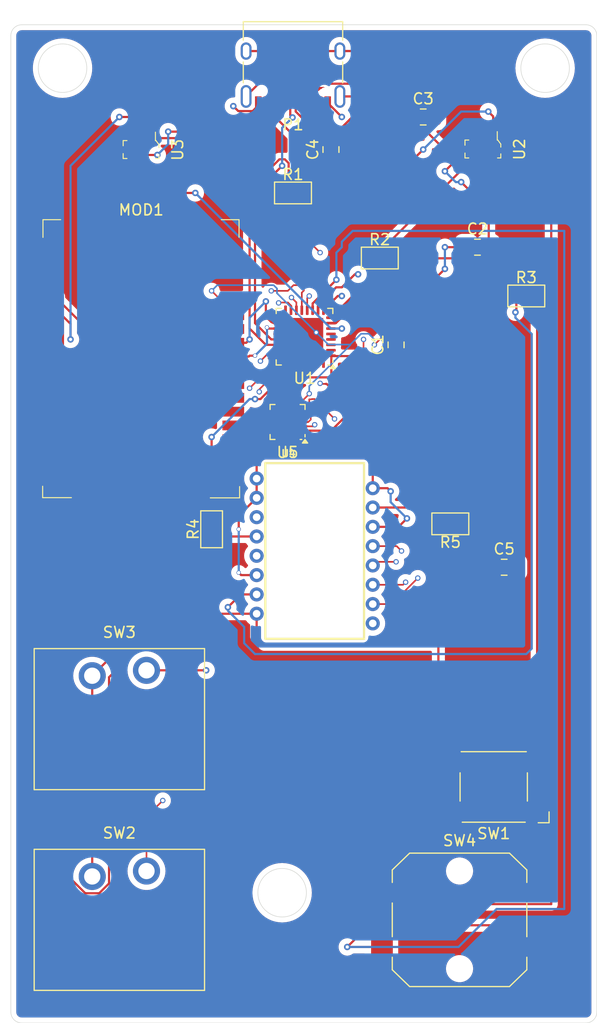
<source format=kicad_pcb>
(kicad_pcb (version 20240108) (generator "pcbnew") (generator_version "8.0")
  (layers (0 "F.Cu" signal) (1 "In1.Cu" signal) (2 "In2.Cu" signal) (31 "B.Cu" signal) (34 "B.Paste" user) (35 "F.Paste" user) (36 "B.SilkS" user "B.Silkscreen") (37 "F.SilkS" user "F.Silkscreen") (38 "B.Mask" user) (39 "F.Mask" user) (44 "Edge.Cuts" user))
  (net 0 "")
  (net 1 "Net-(U1-VSS)")
  (net 2 "Net-(MOD1-3V3)")
  (net 3 "Net-(P1-SHIELD)")
  (net 8 "5")
  (net 17 "6")
  (net 38 "1")
  (net 39 "2")
  (net 41 "Net-(U1-PA12)")
  (net 42 "Net-(U1-PA2)")
  (net 43 "Net-(R2-Pad2)")
  (net 44 "Net-(U4-~{RESET})")
  (net 45 "Net-(U1-PA3)")
  (net 46 "Net-(U1-PA4)")
  (net 47 "Net-(U1-PA5)")
  (net 50 "10")
  (net 51 "12")
  (net 56 "13")
  (net 60 "7")
  (net 62 "3")
  (net 63 "8")
  (net 66 "11")
  (net 67 "4")
  (net 68 "9")
  (footprint "Package_DFN_QFN:UQFN-20_3x3mm_P0.4mm" (layer "F.Cu") (at 147.5 82.6125 180)
    (property "Reference" "U5")
    (property "Value" "MPR121QR2")
  )
  (footprint "PCM_Resistor_SMD_AKL:R_0805_2012Metric" (layer "F.Cu") (at 148 61.5)
    (property "Reference" "R1")
    (property "Value" "22" (hide yes))
  )
  (footprint "Button_Switch_SMD:SW_Push_1P1T_NO_CK_PTS125Sx43PSMTR" (layer "F.Cu") (at 163.35 128.5)
    (property "Reference" "SW4")
    (property "Value" "SW_Omron_B3FS")
  )
  (footprint "Button_Switch_SMD:SW_SPST_Omron_B3FS-100xP" (layer "F.Cu") (at 166.5 116.25 180)
    (property "Reference" "SW1")
    (property "Value" "SW_Omron_B3FS")
  )
  (footprint "digikey-footprints:ESP32-WROOM-32D" (layer "F.Cu") (at 134 79.755)
    (property "Reference" "MOD1")
    (property "Value" "ESP32-WROOM-32")
  )
  (footprint "PCM_Resistor_SMD_AKL:R_0805_2012Metric" (layer "F.Cu") (at 169.5 71)
    (property "Reference" "R3")
    (property "Value" "10k" (hide yes))
  )
  (footprint "PCM_Switch_Keyboard_Alps_Matias:SW_Alps_Matias" (layer "F.Cu") (at 132 128.5)
    (property "Reference" "SW2")
    (property "Value" "SW_Omron_B3FS")
  )
  (footprint "PMW3360DM-T2QU (1):PMW3360" (layer "F.Cu") (at 150 94.5)
    (property "Reference" "U4")
    (property "Value" "PMW3360DM-T2QU")
    (fp_line (start -4.445 -7.9375) (end 4.445 -7.9375) (stroke (width 0.01)) (layer "Edge.Cuts"))
    (fp_line (start -4.445 7.9375) (end -4.445 -7.9375) (stroke (width 0.01)) (layer "Edge.Cuts"))
    (fp_line (start 4.445 -7.9375) (end 4.445 7.9375) (stroke (width 0.01)) (layer "Edge.Cuts"))
    (fp_line (start 4.445 7.9375) (end -4.445 7.9375) (stroke (width 0.01)) (layer "Edge.Cuts"))
  )
  (footprint "digikey-footprints:SOT-23-3" (layer "F.Cu") (at 165.5 57.45 -90)
    (property "Reference" "U2")
    (property "Value" "DRV5053VAQDBZR")
  )
  (footprint "PCM_Resistor_SMD_AKL:R_0805_2012Metric" (layer "F.Cu") (at 156 67.5)
    (property "Reference" "R2")
    (property "Value" "10k" (hide yes))
  )
  (footprint "digikey-footprints:SOT-23-3" (layer "F.Cu") (at 134 57.5 -90)
    (property "Reference" "U3")
    (property "Value" "DRV5053VAQDBZR")
  )
  (footprint "Capacitor_SMD:C_0805_2012Metric_Pad1.18x1.45mm_HandSolder" (layer "F.Cu") (at 167.4625 96)
    (property "Reference" "C5")
    (property "Value" "1uf")
  )
  (footprint "PCM_Resistor_SMD_AKL:R_0805_2012Metric" (layer "F.Cu") (at 140.5 92.5 90)
    (property "Reference" "R4")
    (property "Value" "330" (hide yes))
  )
  (footprint "Package_DFN_QFN:QFN-32-1EP_5x5mm_P0.5mm_EP3.45x3.45mm" (layer "F.Cu") (at 149.0625 74.75 180)
    (property "Reference" "U1")
    (property "Value" "STM32F042K6Ux")
  )
  (footprint "PCM_Switch_Keyboard_Alps_Matias:SW_Alps_Matias" (layer "F.Cu") (at 132 110)
    (property "Reference" "SW3")
    (property "Value" "SW_Omron_B3FS")
  )
  (footprint "Connector_USB:USB_C_Receptacle_XKB_U262-16XN-4BVC11" (layer "F.Cu") (at 148 49.5 180)
    (property "Reference" "P1")
    (property "Value" "USB_C_Plug_USB2.0")
  )
  (footprint "Capacitor_SMD:C_0805_2012Metric_Pad1.18x1.45mm_HandSolder" (layer "F.Cu") (at 165 66.5)
    (property "Reference" "C2")
    (property "Value" "1uf")
  )
  (footprint "PCM_Resistor_SMD_AKL:R_0805_2012Metric" (layer "F.Cu") (at 162.5 92 180)
    (property "Reference" "R5")
    (property "Value" "10k" (hide yes))
  )
  (footprint "Capacitor_SMD:C_0805_2012Metric_Pad1.18x1.45mm_HandSolder" (layer "F.Cu") (at 151.5 57.5 90)
    (property "Reference" "C4")
    (property "Value" "10uf")
  )
  (footprint "Capacitor_SMD:C_0805_2012Metric_Pad1.18x1.45mm_HandSolder" (layer "F.Cu") (at 157.5 75.5 90)
    (property "Reference" "C1")
    (property "Value" "1uf")
  )
  (footprint "Capacitor_SMD:C_0805_2012Metric_Pad1.18x1.45mm_HandSolder" (layer "F.Cu") (at 160 54.5)
    (property "Reference" "C3")
    (property "Value" "1uf")
  )
  (gr_line (start 176 47) (end 176 137) (stroke (width 0.05)) (layer "Edge.Cuts"))
  (gr_line (start 175 138) (end 123 138) (stroke (width 0.05)) (layer "Edge.Cuts"))
  (gr_arc (start 176 137) (mid 175.707107 137.707107) (end 175 138) (stroke (width 0.05)) (layer "Edge.Cuts"))
  (gr_arc (start 122 47) (mid 122.292893 46.292893) (end 123 46) (stroke (width 0.05)) (layer "Edge.Cuts"))
  (gr_line (start 122 137) (end 122 47) (stroke (width 0.05)) (layer "Edge.Cuts"))
  (gr_arc (start 175 46) (mid 175.707107 46.292893) (end 176 47) (stroke (width 0.05)) (layer "Edge.Cuts"))
  (gr_circle (center 126.763933 50) (end 124.763933 51) (stroke (width 0.05)) (fill none) (layer "Edge.Cuts"))
  (gr_circle (center 147 126) (end 148 124) (stroke (width 0.05)) (fill none) (layer "Edge.Cuts"))
  (gr_line (start 123 46) (end 175 46) (stroke (width 0.05)) (layer "Edge.Cuts"))
  (gr_arc (start 123 138) (mid 122.292893 137.707107) (end 122 137) (stroke (width 0.05)) (layer "Edge.Cuts"))
  (gr_circle (center 171.236067 50) (end 173.236067 51) (stroke (width 0.05)) (fill none) (layer "Edge.Cuts"))
  (gr_text "MSN" (at 134 134 0) (layer "F.Cu") (effects (font (size 2 2) (thickness 0.3) (bold yes)) (justify left bottom)))
  (segment (start 146.75 52.17) (end 146.75 53.17) (width 0.2) (layer "F.Cu") (net 0))
  (segment (start 143 92.5) (end 143 91.255) (width 0.2) (layer "F.Cu") (net 0))
  (segment (start 149.75 53.17) (end 149.75 52.345) (width 0.2) (layer "F.Cu") (net 0))
  (segment (start 155.35 86.35) (end 155.35 88.715) (width 0.2) (layer "F.Cu") (net 0))
  (segment (start 148.75 53.17) (end 148.75 52.345) (width 0.2) (layer "F.Cu") (net 0))
  (segment (start 146.58 52) (end 147.25 52.67) (width 0.2) (layer "F.Cu") (net 0))
  (segment (start 158.5 91.5) (end 157.725 92.275) (width 0.2) (layer "F.Cu") (net 0))
  (segment (start 144.65 87.825) (end 144.65 86.618972) (width 0.2) (layer "F.Cu") (net 0))
  (segment (start 149.575 51.83) (end 149.405 52) (width 0.2) (layer "F.Cu") (net 0))
  (segment (start 144.65 86.618972) (end 145.306472 85.9625) (width 0.2) (layer "F.Cu") (net 0))
  (segment (start 146.58 52) (end 146.75 52.17) (width 0.2) (layer "F.Cu") (net 0))
  (segment (start 149.405 52) (end 148.405 52) (width 0.2) (layer "F.Cu") (net 0))
  (segment (start 151 52) (end 150.83 51.83) (width 0.2) (layer "F.Cu") (net 0))
  (segment (start 156.715 88.715) (end 157 89) (width 0.2) (layer "F.Cu") (net 0))
  (segment (start 148.405 52) (end 146.58 52) (width 0.2) (layer "F.Cu") (net 0))
  (segment (start 144.65 87.825) (end 144.65 89.605) (width 0.2) (layer "F.Cu") (net 0))
  (segment (start 154.9625 85.9625) (end 155.35 86.35) (width 0.2) (layer "F.Cu") (net 0))
  (segment (start 155.35 88.715) (end 156.715 88.715) (width 0.2) (layer "F.Cu") (net 0))
  (segment (start 150.83 51.83) (end 150.5 51.83) (width 0.2) (layer "F.Cu") (net 0))
  (segment (start 150.33 52) (end 150.5 51.83) (width 0.2) (layer "F.Cu") (net 0))
  (segment (start 143 91.255) (end 144.65 89.605) (width 0.2) (layer "F.Cu") (net 0))
  (segment (start 148.75 52.345) (end 148.405 52) (width 0.2) (layer "F.Cu") (net 0))
  (segment (start 145.306472 85.9625) (end 154.9625 85.9625) (width 0.2) (layer "F.Cu") (net 0))
  (segment (start 144.65 96.725) (end 143.225 96.725) (width 0.2) (layer "F.Cu") (net 0))
  (segment (start 150.5 51.83) (end 149.575 51.83) (width 0.2) (layer "F.Cu") (net 0))
  (segment (start 143.225 96.725) (end 143 96.5) (width 0.2) (layer "F.Cu") (net 0))
  (segment (start 146.58 52) (end 150.33 52) (width 0.2) (layer "F.Cu") (net 0))
  (segment (start 157.725 92.275) (end 155.35 92.275) (width 0.2) (layer "F.Cu") (net 0))
  (segment (start 147.25 52.67) (end 147.25 53.17) (width 0.2) (layer "F.Cu") (net 0))
  (segment (start 149.75 52.345) (end 149.405 52) (width 0.2) (layer "F.Cu") (net 0))
  (via (at 158.5 91.5) (size 0.6) (drill 0.3) (layers "F.Cu" "B.Cu") (net 0))
  (via (at 157 89) (size 0.6) (drill 0.3) (layers "F.Cu" "B.Cu") (net 0))
  (via (at 143 92.5) (size 0.4) (drill 0.3) (layers "F.Cu" "B.Cu") (net 0))
  (via (at 143 96.5) (size 0.4) (drill 0.3) (layers "F.Cu" "B.Cu") (net 0))
  (segment (start 157 89) (end 157 90) (width 0.2) (layer "B.Cu") (net 0))
  (segment (start 143 96.5) (end 143 92.5) (width 0.2) (layer "B.Cu") (net 0))
  (segment (start 157 90) (end 158.5 91.5) (width 0.2) (layer "B.Cu") (net 0))
  (segment (start 166.0375 63.0375) (end 163.5 60.5) (width 0.2) (layer "F.Cu") (net 1))
  (segment (start 149.0625 74.75) (end 149.75 74.75) (width 0.15) (layer "F.Cu") (net 1))
  (segment (start 145.368972 103.1) (end 144.65 102.381028) (width 0.2) (layer "F.Cu") (net 1))
  (segment (start 156.2 126) (end 156.2 124.8) (width 0.2) (layer "F.Cu") (net 1))
  (segment (start 151.05 53.17) (end 151.05 56.0125) (width 0.2) (layer "F.Cu") (net 1))
  (segment (start 144.65 53.595) (end 144.29 53.955) (width 0.2) (layer "F.Cu") (net 1))
  (segment (start 134.55 58) (end 134 58.55) (width 0.2) (layer "F.Cu") (net 1))
  (segment (start 129.5 124.5) (end 129.5 106) (width 0.2) (layer "F.Cu") (net 1))
  (segment (start 144.65 102.381028) (end 144.65 100.285) (width 0.2) (layer "F.Cu") (net 1))
  (segment (start 162.5 118.5) (end 170.5 118.5) (width 0.2) (layer "F.Cu") (net 1))
  (segment (start 166.0375 66.5) (end 166.0375 63.0375) (width 0.2) (layer "F.Cu") (net 1))
  (segment (start 162.9625 58.5) (end 165.5 58.5) (width 0.2) (layer "F.Cu") (net 1))
  (segment (start 149.75 74.75) (end 150.141269 74.358731) (width 0.15) (layer "F.Cu") (net 1))
  (segment (start 135.5 58) (end 134.55 58) (width 0.2) (layer "F.Cu") (net 1))
  (segment (start 168.5 96) (end 166.425 96) (width 0.2) (layer "F.Cu") (net 1))
  (segment (start 144.65 53.17) (end 144.65 53.595) (width 0.2) (layer "F.Cu") (net 1))
  (segment (start 148.3 81.225) (end 149.5 80.025) (width 0.15) (layer "F.Cu") (net 1))
  (segment (start 128.285 93.355) (end 135.215 100.285) (width 0.2) (layer "F.Cu") (net 1))
  (segment (start 162 66.5) (end 163.9625 66.5) (width 0.2) (layer "F.Cu") (net 1))
  (segment (start 149.5 80.025) (end 149.5 80) (width 0.15) (layer "F.Cu") (net 1))
  (segment (start 157.5 73) (end 162 68.5) (width 0.2) (layer "F.Cu") (net 1))
  (segment (start 164.9 118.5) (end 170.5 118.5) (width 0.2) (layer "F.Cu") (net 1))
  (segment (start 144.29 53.955) (end 142.955 53.955) (width 0.2) (layer "F.Cu") (net 1))
  (segment (start 161.4 103.1) (end 145.368972 103.1) (width 0.2) (layer "F.Cu") (net 1))
  (segment (start 133 78) (end 139.5 71.5) (width 0.2) (layer "F.Cu") (net 1))
  (segment (start 133 78) (end 126.5 71.5) (width 0.2) (layer "F.Cu") (net 1))
  (segment (start 153.4625 54.5) (end 151.5 56.4625) (width 0.2) (layer "F.Cu") (net 1))
  (segment (start 128.285 82.715) (end 128.285 89.01) (width 0.2) (layer "F.Cu") (net 1))
  (segment (start 161.4 115) (end 164.9 118.5) (width 0.2) (layer "F.Cu") (net 1))
  (segment (start 162 59.5) (end 163 58.5) (width 0.2) (layer "F.Cu") (net 1))
  (segment (start 151.05 56.0125) (end 151.5 56.4625) (width 0.2) (layer "F.Cu") (net 1))
  (segment (start 156.2 124.8) (end 162.5 118.5) (width 0.2) (layer "F.Cu") (net 1))
  (segment (start 128.285 89.01) (end 128.285 93.355) (width 0.2) (layer "F.Cu") (net 1))
  (segment (start 155.5 75.5) (end 156.5375 74.4625) (width 0.15) (layer "F.Cu") (net 1))
  (segment (start 140.5 70.525) (end 141.475 71.5) (width 0.15) (layer "F.Cu") (net 1))
  (segment (start 142.395 55.85) (end 136.5 55.85) (width 0.2) (layer "F.Cu") (net 1))
  (segment (start 158.9625 54.5) (end 153.4625 54.5) (width 0.2) (layer "F.Cu") (net 1))
  (segment (start 144.65 100.285) (end 135.215 100.285) (width 0.2) (layer "F.Cu") (net 1))
  (segment (start 133 78) (end 128.285 82.715) (width 0.2) (layer "F.Cu") (net 1))
  (segment (start 161.5 103) (end 161.4 103.1) (width 0.2) (layer "F.Cu") (net 1))
  (segment (start 142.955 53.955) (end 142.5 53.5) (width 0.2) (layer "F.Cu") (net 1))
  (segment (start 157.5 74.4625) (end 157.5 73) (width 0.2) (layer "F.Cu") (net 1))
  (segment (start 170.5 118.5) (end 170.5 126) (width 0.2) (layer "F.Cu") (net 1))
  (segment (start 158.9625 54.5) (end 162.9625 58.5) (width 0.2) (layer "F.Cu") (net 1))
  (segment (start 166.0375 66.5) (end 163.9625 66.5) (width 0.2) (layer "F.Cu") (net 1))
  (segment (start 141.475 71.5) (end 142.5 71.5) (width 0.15) (layer "F.Cu") (net 1))
  (segment (start 151.05 53.17) (end 151.17 53.17) (width 0.2) (layer "F.Cu") (net 1))
  (segment (start 156.5375 74.4625) (end 157.5 74.4625) (width 0.15) (layer "F.Cu") (net 1))
  (segment (start 151.17 53.17) (end 152.5 54.5) (width 0.2) (layer "F.Cu") (net 1))
  (segment (start 135.215 100.285) (end 129.5 106) (width 0.2) (layer "F.Cu") (net 1))
  (segment (start 163 58.5) (end 165.5 58.5) (width 0.2) (layer "F.Cu") (net 1))
  (segment (start 161.4 103.1) (end 161.4 115) (width 0.2) (layer "F.Cu") (net 1))
  (segment (start 126.5 71.5) (end 125.5 71.5) (width 0.2) (layer "F.Cu") (net 1))
  (segment (start 168.5 96) (end 161.5 103) (width 0.2) (layer "F.Cu") (net 1))
  (segment (start 144.65 53.595) (end 142.395 55.85) (width 0.2) (layer "F.Cu") (net 1))
  (segment (start 139.5 71.5) (end 142.5 71.5) (width 0.2) (layer "F.Cu") (net 1))
  (via (at 152.5 54.5) (size 0.6) (drill 0.3) (layers "F.Cu" "B.Cu") (net 1))
  (via (at 140.5 70.525) (size 0.5) (drill 0.3) (layers "F.Cu" "B.Cu") (net 1))
  (via (at 162 68.5) (size 0.6) (drill 0.3) (layers "F.Cu" "B.Cu") (net 1))
  (via (at 142.5 53.5) (size 0.6) (drill 0.3) (layers "F.Cu" "B.Cu") (net 1))
  (via (at 163.5 60.5) (size 0.6) (drill 0.3) (layers "F.Cu" "B.Cu") (net 1))
  (via (at 155.5 75.5) (size 0.5) (drill 0.3) (layers "F.Cu" "B.Cu") (net 1))
  (via (at 135.5 58) (size 0.6) (drill 0.3) (layers "F.Cu" "B.Cu") (net 1))
  (via (at 162 59.5) (size 0.6) (drill 0.3) (layers "F.Cu" "B.Cu") (net 1))
  (via (at 162 66.5) (size 0.6) (drill 0.3) (layers "F.Cu" "B.Cu") (net 1))
  (via (at 150.141269 74.358731) (size 0.5) (drill 0.3) (layers "F.Cu" "B.Cu") (net 1))
  (via (at 136.5 55.85) (size 0.6) (drill 0.3) (layers "F.Cu" "B.Cu") (net 1))
  (via (at 149.5 80) (size 0.5) (drill 0.3) (layers "F.Cu" "B.Cu") (net 1))
  (segment (start 146.525 70.307537) (end 146.217463 70) (width 0.15) (layer "B.Cu") (net 1))
  (segment (start 150.141269 74.358731) (end 146.525 70.742463) (width 0.15) (layer "B.Cu") (net 1))
  (segment (start 163.5 60.5) (end 163 60.5) (width 0.2) (layer "B.Cu") (net 1))
  (segment (start 149.5 80) (end 149.5 79.307537) (width 0.15) (layer "B.Cu") (net 1))
  (segment (start 153.282537 75.525) (end 153.282537 75.475) (width 0.15) (layer "B.Cu") (net 1))
  (segment (start 149.5 79.307537) (end 153.282537 75.525) (width 0.15) (layer "B.Cu") (net 1))
  (segment (start 136.5 57) (end 135.5 58) (width 0.2) (layer "B.Cu") (net 1))
  (segment (start 162 68.5) (end 162 66.5) (width 0.2) (layer "B.Cu") (net 1))
  (segment (start 146.217463 70) (end 141.025 70) (width 0.15) (layer "B.Cu") (net 1))
  (segment (start 151.257537 75.475) (end 150.141269 74.358731) (width 0.15) (layer "B.Cu") (net 1))
  (segment (start 163 60.5) (end 162 59.5) (width 0.2) (layer "B.Cu") (net 1))
  (segment (start 153.282537 75.475) (end 154.282537 74.475) (width 0.15) (layer "B.Cu") (net 1))
  (segment (start 153.282537 75.475) (end 151.257537 75.475) (width 0.15) (layer "B.Cu") (net 1))
  (segment (start 146.525 70.742463) (end 146.525 70.307537) (width 0.15) (layer "B.Cu") (net 1))
  (segment (start 155.5 75) (end 155.5 75.5) (width 0.15) (layer "B.Cu") (net 1))
  (segment (start 154.282537 74.475) (end 154.975 74.475) (width 0.15) (layer "B.Cu") (net 1))
  (segment (start 136.5 55.85) (end 136.5 57) (width 0.2) (layer "B.Cu") (net 1))
  (segment (start 141.025 70) (end 140.5 70.525) (width 0.15) (layer "B.Cu") (net 1))
  (segment (start 154.975 74.475) (end 155.5 75) (width 0.15) (layer "B.Cu") (net 1))
  (segment (start 131.05 106.135) (end 131.05 125.142032) (width 0.2) (layer "F.Cu") (net 2))
  (segment (start 150 57.0375) (end 151.5 58.5375) (width 0.2) (layer "F.Cu") (net 2))
  (segment (start 142.995 56.45) (end 145.45 53.995) (width 0.2) (layer "F.Cu") (net 2))
  (segment (start 151.5375 76.5375) (end 151.5375 78.5) (width 0.2) (layer "F.Cu") (net 2))
  (segment (start 154.5 76.5375) (end 151.5375 76.5375) (width 0.2) (layer "F.Cu") (net 2))
  (segment (start 151.5 76.5) (end 151.5375 76.5375) (width 0.2) (layer "F.Cu") (net 2))
  (segment (start 150.55 53.17) (end 150.55 53.595) (width 0.2) (layer "F.Cu") (net 2))
  (segment (start 151.5 58.5375) (end 158.9625 58.5375) (width 0.2) (layer "F.Cu") (net 2))
  (segment (start 144.65 93.165) (end 140.7475 93.165) (width 0.2) (layer "F.Cu") (net 2))
  (segment (start 158.9625 58.5375) (end 160 57.5) (width 0.2) (layer "F.Cu") (net 2))
  (segment (start 149.755 54.5) (end 150 54.5) (width 0.2) (layer "F.Cu") (net 2))
  (segment (start 157.5 76.5375) (end 154.5 76.5375) (width 0.2) (layer "F.Cu") (net 2))
  (segment (start 140.5 91.5875) (end 140.5 84) (width 0.2) (layer "F.Cu") (net 2))
  (segment (start 149.409744 62.5) (end 148.415256 62.5) (width 0.2) (layer "F.Cu") (net 2))
  (segment (start 150.55 53.595) (end 150 54.145) (width 0.2) (layer "F.Cu") (net 2))
  (segment (start 132 54.5) (end 133 54.5) (width 0.2) (layer "F.Cu") (net 2))
  (segment (start 151.5 60.409744) (end 149.454872 62.454872) (width 0.2) (layer "F.Cu") (net 2))
  (segment (start 143.185 106.185) (end 137.685 100.685) (width 0.2) (layer "F.Cu") (net 2))
  (segment (start 149.454872 62.454872) (end 149.454872 65.954872) (width 0.15) (layer "F.Cu") (net 2))
  (segment (start 154.26875 81.23125) (end 151.5 84) (width 0.2) (layer "F.Cu") (net 2))
  (segment (start 130.142032 126.05) (end 128.857968 126.05) (width 0.2) (layer "F.Cu") (net 2))
  (segment (start 155.4125 84) (end 151.5 84) (width 0.2) (layer "F.Cu") (net 2))
  (segment (start 147 78.5) (end 151.5375 78.5) (width 0.2) (layer "F.Cu") (net 2))
  (segment (start 148.1 62.184744) (end 148.1 56.245) (width 0.2) (layer "F.Cu") (net 2))
  (segment (start 140.7475 93.165) (end 140.5 93.4125) (width 0.2) (layer "F.Cu") (net 2))
  (segment (start 143.185 115.335) (end 143.185 106.185) (width 0.2) (layer "F.Cu") (net 2))
  (segment (start 136.5 100.685) (end 131.05 106.135) (width 0.2) (layer "F.Cu") (net 2))
  (segment (start 148.1 56.245) (end 145.45 53.595) (width 0.2) (layer "F.Cu") (net 2))
  (segment (start 126.8 72.87) (end 126.7 72.77) (width 0.2) (layer "F.Cu") (net 2))
  (segment (start 145.45 53.995) (end 145.45 53.17) (width 0.2) (layer "F.Cu") (net 2))
  (segment (start 127.5 73.57) (end 127.5 75) (width 0.2) (layer "F.Cu") (net 2))
  (segment (start 154.9 127.05) (end 143.185 115.335) (width 0.2) (layer "F.Cu") (net 2))
  (segment (start 149.454872 62.454872) (end 149.409744 62.5) (width 0.2) (layer "F.Cu") (net 2))
  (segment (start 131.05 125.142032) (end 130.142032 126.05) (width 0.2) (layer "F.Cu") (net 2))
  (segment (start 126.7 72.77) (end 125.5 72.77) (width 0.2) (layer "F.Cu") (net 2))
  (segment (start 161.5875 92) (end 161 92) (width 0.2) (layer "F.Cu") (net 2))
  (segment (start 145.45 53.595) (end 145.45 53.17) (width 0.2) (layer "F.Cu") (net 2))
  (segment (start 126.7 72.77) (end 127.5 73.57) (width 0.2) (layer "F.Cu") (net 2))
  (segment (start 163.4125 92) (end 155.4125 84) (width 0.2) (layer "F.Cu") (net 2))
  (segment (start 151.5 58.5375) (end 151.5 60.409744) (width 0.2) (layer "F.Cu") (net 2))
  (segment (start 151.5375 78.5) (end 154.26875 81.23125) (width 0.2) (layer "F.Cu") (net 2))
  (segment (start 166.45 54.45) (end 166.45 56.4) (width 0.2) (layer "F.Cu") (net 2))
  (segment (start 128.857968 126.05) (end 126.8 123.992032) (width 0.2) (layer "F.Cu") (net 2))
  (segment (start 133 54.5) (end 134.95 56.45) (width 0.2) (layer "F.Cu") (net 2))
  (segment (start 166.45 56.4) (end 171.8 61.75) (width 0.2) (layer "F.Cu") (net 2))
  (segment (start 140.5 91.5875) (end 140.5 93.4125) (width 0.2) (layer "F.Cu") (net 2))
  (segment (start 126.8 123.992032) (end 126.8 72.87) (width 0.2) (layer "F.Cu") (net 2))
  (segment (start 159.495 90.495) (end 155.35 90.495) (width 0.2) (layer "F.Cu") (net 2))
  (segment (start 149.25 53.995) (end 149.755 54.5) (width 0.2) (layer "F.Cu") (net 2))
  (segment (start 161 92) (end 159.495 90.495) (width 0.2) (layer "F.Cu") (net 2))
  (segment (start 154.5 75) (end 154.5 76.5375) (width 0.15) (layer "F.Cu") (net 2))
  (segment (start 166 54) (end 166.45 54.45) (width 0.2) (layer "F.Cu") (net 2))
  (segment (start 171.8 61.75) (end 171.8 127.05) (width 0.2) (layer "F.Cu") (net 2))
  (segment (start 149.454872 65.954872) (end 150.5 67) (width 0.15) (layer "F.Cu") (net 2))
  (segment (start 149.25 53.17) (end 149.25 53.995) (width 0.2) (layer "F.Cu") (net 2))
  (segment (start 134.95 56.45) (end 142.995 56.45) (width 0.2) (layer "F.Cu") (net 2))
  (segment (start 161.5875 92) (end 163.4125 92) (width 0.2) (layer "F.Cu") (net 2))
  (segment (start 150 54.5) (end 150 57.0375) (width 0.2) (layer "F.Cu") (net 2))
  (segment (start 137.685 100.685) (end 136.5 100.685) (width 0.2) (layer "F.Cu") (net 2))
  (segment (start 148.415256 62.5) (end 148.1 62.184744) (width 0.2) (layer "F.Cu") (net 2))
  (segment (start 150 54.145) (end 150 54.5) (width 0.2) (layer "F.Cu") (net 2))
  (segment (start 144.5 80.5) (end 145 80.5) (width 0.2) (layer "F.Cu") (net 2))
  (segment (start 171.8 127.05) (end 154.9 127.05) (width 0.2) (layer "F.Cu") (net 2))
  (segment (start 151.5 84) (end 148.3 84) (width 0.2) (layer "F.Cu") (net 2))
  (segment (start 145 80.5) (end 147 78.5) (width 0.2) (layer "F.Cu") (net 2))
  (via (at 166 54) (size 0.6) (drill 0.3) (layers "F.Cu" "B.Cu") (net 2))
  (via (at 154.5 75) (size 0.5) (drill 0.3) (layers "F.Cu" "B.Cu") (net 2))
  (via (at 144.5 80.5) (size 0.6) (drill 0.3) (layers "F.Cu" "B.Cu") (net 2))
  (via (at 160 57.5) (size 0.6) (drill 0.3) (layers "F.Cu" "B.Cu") (net 2))
  (via (at 150.5 67) (size 0.5) (drill 0.3) (layers "F.Cu" "B.Cu") (net 2))
  (via (at 140.5 84) (size 0.6) (drill 0.3) (layers "F.Cu" "B.Cu") (net 2))
  (via (at 132 54.5) (size 0.6) (drill 0.3) (layers "F.Cu" "B.Cu") (net 2))
  (via (at 127.5 75) (size 0.6) (drill 0.3) (layers "F.Cu" "B.Cu") (net 2))
  (segment (start 127.5 59) (end 132 54.5) (width 0.2) (layer "B.Cu") (net 2))
  (segment (start 127.5 75) (end 127.5 59) (width 0.2) (layer "B.Cu") (net 2))
  (segment (start 163.5 54) (end 166 54) (width 0.2) (layer "B.Cu") (net 2))
  (segment (start 160 57.5) (end 163.5 54) (width 0.2) (layer "B.Cu") (net 2))
  (segment (start 140.5 84) (end 144 80.5) (width 0.2) (layer "B.Cu") (net 2))
  (segment (start 144 80.5) (end 144.5 80.5) (width 0.2) (layer "B.Cu") (net 2))
  (segment (start 143.68 52.580406) (end 144.830406 51.43) (width 0.2) (layer "F.Cu") (net 3))
  (segment (start 160.559744 54.5) (end 161.0375 54.5) (width 0.2) (layer "F.Cu") (net 3))
  (segment (start 143.68 48.425) (end 154.9625 48.425) (width 0.2) (layer "F.Cu") (net 3))
  (segment (start 154.9625 48.425) (end 161.0375 54.5) (width 0.2) (layer "F.Cu") (net 3))
  (segment (start 144.830406 51.43) (end 157.9675 51.43) (width 0.2) (layer "F.Cu") (net 3))
  (segment (start 152.32 52.605) (end 158.664744 52.605) (width 0.2) (layer "F.Cu") (net 3))
  (segment (start 158.664744 52.605) (end 160.559744 54.5) (width 0.2) (layer "F.Cu") (net 3))
  (segment (start 152.32 48.425) (end 154.9625 48.425) (width 0.2) (layer "F.Cu") (net 3))
  (segment (start 143.68 52.605) (end 143.68 52.580406) (width 0.2) (layer "F.Cu") (net 3))
  (segment (start 157.9675 51.43) (end 161.0375 54.5) (width 0.2) (layer "F.Cu") (net 3))
  (segment (start 146.3625 73.5) (end 146.625 73.5) (width 0.2) (layer "F.Cu") (net 8))
  (segment (start 145.5 72.89716) (end 145.974613 73.371773) (width 0.2) (layer "F.Cu") (net 8))
  (segment (start 145.5 71.5) (end 145.5 72.89716) (width 0.2) (layer "F.Cu") (net 8))
  (segment (start 142.5 75.31) (end 143.69 75.31) (width 0.2) (layer "F.Cu") (net 8))
  (segment (start 143.69 75.31) (end 144 75) (width 0.2) (layer "F.Cu") (net 8))
  (via (at 145.5 71.5) (size 0.6) (drill 0.3) (layers "F.Cu" "B.Cu") (net 8))
  (via (at 144 75) (size 0.6) (drill 0.3) (layers "F.Cu" "B.Cu") (net 8))
  (arc (start 145.974613 73.371773) (mid 146.158795 73.466367) (end 146.3625 73.5) (width 0.2) (layer "F.Cu") (net 8))
  (segment (start 144 73) (end 144 75) (width 0.2) (layer "B.Cu") (net 8))
  (segment (start 145.5 71.5) (end 144 73) (width 0.2) (layer "B.Cu") (net 8))
  (segment (start 144 76.5) (end 144.5 76.5) (width 0.2) (layer "F.Cu") (net 17))
  (segment (start 141.72 76.58) (end 143.92 76.58) (width 0.2) (layer "F.Cu") (net 17))
  (segment (start 145.707108 74) (end 146.625 74) (width 0.2) (layer "F.Cu") (net 17))
  (segment (start 143.92 76.58) (end 144 76.5) (width 0.2) (layer "F.Cu") (net 17))
  (segment (start 142.5 76.58) (end 141.72 76.58) (width 0.2) (layer "F.Cu") (net 17))
  (segment (start 145.603554 73.896446) (end 145.707108 74) (width 0.2) (layer "F.Cu") (net 17))
  (via (at 144.5 76.5) (size 0.4) (drill 0.3) (layers "F.Cu" "B.Cu") (net 17))
  (via (at 145.603554 73.896446) (size 0.4) (drill 0.3) (layers "F.Cu" "B.Cu") (net 17))
  (segment (start 145.603554 75.396446) (end 145.603554 73.896446) (width 0.2) (layer "B.Cu") (net 17))
  (segment (start 144.5 76.5) (end 145.603554 75.396446) (width 0.2) (layer "B.Cu") (net 17))
  (segment (start 146 75) (end 146.625 75) (width 0.2) (layer "F.Cu") (net 38))
  (segment (start 144.5 61.5) (end 144.5 73.5) (width 0.2) (layer "F.Cu") (net 38))
  (segment (start 147 59) (end 144.5 61.5) (width 0.2) (layer "F.Cu") (net 38))
  (segment (start 144.5 73.5) (end 146 75) (width 0.2) (layer "F.Cu") (net 38))
  (segment (start 147.75 53.17) (end 147.75 54.34353) (width 0.2) (layer "F.Cu") (net 38))
  (segment (start 147.75 54.34353) (end 147.953235 54.546765) (width 0.2) (layer "F.Cu") (net 38))
  (via (at 147 59) (size 0.6) (drill 0.3) (layers "F.Cu" "B.Cu") (net 38))
  (via (at 147.953235 54.546765) (size 0.6) (drill 0.3) (layers "F.Cu" "B.Cu") (net 38))
  (segment (start 147 55.5) (end 147 59) (width 0.2) (layer "B.Cu") (net 38))
  (segment (start 147.953235 54.546765) (end 147 55.5) (width 0.2) (layer "B.Cu") (net 38))
  (segment (start 148.25 53.995) (end 148.9125 54.6575) (width 0.2) (layer "F.Cu") (net 39))
  (segment (start 148.9125 54.6575) (end 148.9125 61.5) (width 0.2) (layer "F.Cu") (net 39))
  (segment (start 148.25 53.17) (end 148.25 53.995) (width 0.2) (layer "F.Cu") (net 39))
  (segment (start 145.075736 60.075736) (end 144 61.151472) (width 0.2) (layer "F.Cu") (net 41))
  (segment (start 147.6 60.9875) (end 147.6 58.751471) (width 0.2) (layer "F.Cu") (net 41))
  (segment (start 144 61.151472) (end 144 74) (width 0.2) (layer "F.Cu") (net 41))
  (segment (start 147.6 58.751471) (end 147.248529 58.4) (width 0.2) (layer "F.Cu") (net 41))
  (segment (start 145.075736 60.075736) (end 145 60.151471) (width 0.2) (layer "F.Cu") (net 41))
  (segment (start 146.751471 58.4) (end 145.075736 60.075736) (width 0.2) (layer "F.Cu") (net 41))
  (segment (start 147.0875 61.5) (end 147.6 60.9875) (width 0.2) (layer "F.Cu") (net 41))
  (segment (start 145.5 75.5) (end 146.625 75.5) (width 0.2) (layer "F.Cu") (net 41))
  (segment (start 144 74) (end 145.5 75.5) (width 0.2) (layer "F.Cu") (net 41))
  (segment (start 147.248529 58.4) (end 146.751471 58.4) (width 0.2) (layer "F.Cu") (net 41))
  (segment (start 155.0875 69.4125) (end 151.5 73) (width 0.2) (layer "F.Cu") (net 42))
  (segment (start 155.0875 67.5) (end 155.0875 69.4125) (width 0.2) (layer "F.Cu") (net 42))
  (segment (start 170.5 71.175) (end 170.5 114) (width 0.2) (layer "F.Cu") (net 43))
  (segment (start 170.4125 71.0875) (end 170.5 71.175) (width 0.2) (layer "F.Cu") (net 43))
  (segment (start 170.4125 71) (end 170.4125 71.0875) (width 0.2) (layer "F.Cu") (net 43))
  (segment (start 156.9125 67.5) (end 156.9375 67.525) (width 0.2) (layer "F.Cu") (net 43))
  (segment (start 170.5 114) (end 162.5 114) (width 0.2) (layer "F.Cu") (net 43))
  (segment (start 166.9375 67.525) (end 170.4125 71) (width 0.2) (layer "F.Cu") (net 43))
  (segment (start 156.9375 67.525) (end 166.9375 67.525) (width 0.2) (layer "F.Cu") (net 43))
  (segment (start 168.5875 71) (end 168.5875 72.4125) (width 0.2) (layer "F.Cu") (net 44))
  (segment (start 142 99.685) (end 143.18 98.505) (width 0.2) (layer "F.Cu") (net 44))
  (segment (start 143.18 98.505) (end 144.65 98.505) (width 0.2) (layer "F.Cu") (net 44))
  (segment (start 168.5875 72.4125) (end 168.5 72.5) (width 0.2) (layer "F.Cu") (net 44))
  (via (at 142 99.685) (size 0.6) (drill 0.3) (layers "F.Cu" "B.Cu") (net 44))
  (via (at 168.5 72.5) (size 0.6) (drill 0.3) (layers "F.Cu" "B.Cu") (net 44))
  (segment (start 142 100) (end 142 99.685) (width 0.2) (layer "B.Cu") (net 44))
  (segment (start 168.5 73) (end 170 74.5) (width 0.2) (layer "B.Cu") (net 44))
  (segment (start 170 103.5) (end 169.5 104) (width 0.2) (layer "B.Cu") (net 44))
  (segment (start 143.5 101.5) (end 142 100) (width 0.2) (layer "B.Cu") (net 44))
  (segment (start 143.5 103) (end 143.5 101.5) (width 0.2) (layer "B.Cu") (net 44))
  (segment (start 168.5 72.5) (end 168.5 73) (width 0.2) (layer "B.Cu") (net 44))
  (segment (start 170 74.5) (end 170 103.5) (width 0.2) (layer "B.Cu") (net 44))
  (segment (start 169.5 104) (end 144.5 104) (width 0.2) (layer "B.Cu") (net 44))
  (segment (start 144.5 104) (end 143.5 103) (width 0.2) (layer "B.Cu") (net 44))
  (segment (start 150.8125 72.3125) (end 152.125 71) (width 0.2) (layer "F.Cu") (net 45))
  (segment (start 152.125 71) (end 152.5 71) (width 0.2) (layer "F.Cu") (net 45))
  (segment (start 134.5 119) (end 136 117.5) (width 0.15) (layer "F.Cu") (net 45))
  (segment (start 134.5 124) (end 134.5 119) (width 0.15) (layer "F.Cu") (net 45))
  (via (at 152.5 71) (size 0.6) (drill 0.3) (layers "F.Cu" "B.Cu") (net 45))
  (via (at 136 117.5) (size 0.5) (drill 0.3) (layers "F.Cu" "B.Cu") (net 45))
  (segment (start 150.3125 72.3125) (end 150.3125 71.860614) (width 0.2) (layer "F.Cu") (net 46))
  (segment (start 154 69) (end 153.699997 69) (width 0.2) (layer "F.Cu") (net 46))
  (segment (start 139 105.5) (end 140 105.5) (width 0.2) (layer "F.Cu") (net 46))
  (segment (start 134.5 105.5) (end 139 105.5) (width 0.2) (layer "F.Cu") (net 46))
  (segment (start 150.3125 71.860614) (end 151.973117 70.199997) (width 0.2) (layer "F.Cu") (net 46))
  (segment (start 153.699997 69) (end 152.5 70.199997) (width 0.2) (layer "F.Cu") (net 46))
  (segment (start 151.973117 70.199997) (end 152.5 70.199997) (width 0.2) (layer "F.Cu") (net 46))
  (via (at 140 105.5) (size 0.6) (drill 0.3) (layers "F.Cu" "B.Cu") (net 46))
  (via (at 154 69) (size 0.6) (drill 0.3) (layers "F.Cu" "B.Cu") (net 46))
  (segment (start 155 129) (end 170 129) (width 0.2) (layer "F.Cu") (net 47))
  (segment (start 170 129) (end 170 130.5) (width 0.2) (layer "F.Cu") (net 47))
  (segment (start 153 131) (end 155 129) (width 0.2) (layer "F.Cu") (net 47))
  (segment (start 149.8125 72.3125) (end 149.8125 71.6875) (width 0.2) (layer "F.Cu") (net 47))
  (segment (start 149.8125 71.6875) (end 152 69.5) (width 0.2) (layer "F.Cu") (net 47))
  (segment (start 170 130.5) (end 170.5 131) (width 0.2) (layer "F.Cu") (net 47))
  (segment (start 156.2 131) (end 153 131) (width 0.2) (layer "F.Cu") (net 47))
  (via (at 153 131) (size 0.6) (drill 0.3) (layers "F.Cu" "B.Cu") (net 47))
  (via (at 152 69.5) (size 0.6) (drill 0.3) (layers "F.Cu" "B.Cu") (net 47))
  (segment (start 163.259188 131) (end 166.759188 127.5) (width 0.2) (layer "B.Cu") (net 47))
  (segment (start 153.5 65) (end 152.5 66) (width 0.2) (layer "B.Cu") (net 47))
  (segment (start 173 65) (end 153.5 65) (width 0.2) (layer "B.Cu") (net 47))
  (segment (start 152.5 66) (end 152.5 66.5) (width 0.2) (layer "B.Cu") (net 47))
  (segment (start 166.759188 127.5) (end 173 127.5) (width 0.2) (layer "B.Cu") (net 47))
  (segment (start 153 131) (end 163.259188 131) (width 0.2) (layer "B.Cu") (net 47))
  (segment (start 152 67) (end 152 69.5) (width 0.2) (layer "B.Cu") (net 47))
  (segment (start 152.5 66.5) (end 152 67) (width 0.2) (layer "B.Cu") (net 47))
  (segment (start 173 127.5) (end 173 65) (width 0.2) (layer "B.Cu") (net 47))
  (segment (start 157.555 94.055) (end 158 94.5) (width 0.15) (layer "F.Cu") (net 50))
  (segment (start 144 79.5) (end 146 77.5) (width 0.15) (layer "F.Cu") (net 50))
  (segment (start 145.747487 76.747487) (end 146 77) (width 0.15) (layer "F.Cu") (net 50))
  (segment (start 145.994974 76.5) (end 145.747487 76.747487) (width 0.15) (layer "F.Cu") (net 50))
  (segment (start 146.625 76.5) (end 145.994974 76.5) (width 0.15) (layer "F.Cu") (net 50))
  (segment (start 155.35 94.055) (end 157.555 94.055) (width 0.15) (layer "F.Cu") (net 50))
  (segment (start 146 77.5) (end 146 77) (width 0.15) (layer "F.Cu") (net 50))
  (via (at 158 94.5) (size 0.5) (drill 0.3) (layers "F.Cu" "B.Cu") (net 50))
  (via (at 144 79.5) (size 0.5) (drill 0.3) (layers "F.Cu" "B.Cu") (net 50))
  (segment (start 149.85 83.0125) (end 150 82.8625) (width 0.15) (layer "F.Cu") (net 51))
  (segment (start 146.675 71.634924) (end 146.709924 71.6) (width 0.15) (layer "F.Cu") (net 51))
  (segment (start 148.8875 83.0125) (end 149.85 83.0125) (width 0.15) (layer "F.Cu") (net 51))
  (segment (start 147.537499 71.6) (end 147.8125 71.875001) (width 0.15) (layer "F.Cu") (net 51))
  (segment (start 146.709924 71.6) (end 147.537499 71.6) (width 0.15) (layer "F.Cu") (net 51))
  (segment (start 147.8125 71.875001) (end 147.8125 72.3125) (width 0.15) (layer "F.Cu") (net 51))
  (via (at 150 82.8625) (size 0.5) (drill 0.3) (layers "F.Cu" "B.Cu") (net 51))
  (via (at 146.675 71.634924) (size 0.5) (drill 0.3) (layers "F.Cu" "B.Cu") (net 51))
  (segment (start 150.55 79.1) (end 150.5 79.05) (width 0.15) (layer "F.Cu") (net 56))
  (segment (start 144.891423 79.830759) (end 144.891423 79.608577) (width 0.15) (layer "F.Cu") (net 56))
  (segment (start 144.891423 79.608577) (end 147.3125 77.1875) (width 0.15) (layer "F.Cu") (net 56))
  (segment (start 147.3125 77.1875) (end 147 77.5) (width 0.15) (layer "F.Cu") (net 56))
  (segment (start 153.467157 81.467157) (end 151.1 79.1) (width 0.2) (layer "F.Cu") (net 56))
  (segment (start 148.8875 83.4125) (end 151.521814 83.4125) (width 0.2) (layer "F.Cu") (net 56))
  (segment (start 151.1 79.1) (end 151 79.1) (width 0.2) (layer "F.Cu") (net 56))
  (segment (start 151 79.1) (end 150.55 79.1) (width 0.15) (layer "F.Cu") (net 56))
  (segment (start 151.521814 83.4125) (end 153.467157 81.467157) (width 0.2) (layer "F.Cu") (net 56))
  (via (at 150.5 79.05) (size 0.5) (drill 0.3) (layers "F.Cu" "B.Cu") (net 56))
  (via (at 144.891423 79.830759) (size 0.5) (drill 0.3) (layers "F.Cu" "B.Cu") (net 56))
  (segment (start 157.105 99.395) (end 159.5 97) (width 0.15) (layer "F.Cu") (net 60))
  (segment (start 155.35 99.395) (end 157.105 99.395) (width 0.15) (layer "F.Cu") (net 60))
  (segment (start 149.5 71) (end 149.3125 71.1875) (width 0.15) (layer "F.Cu") (net 60))
  (segment (start 149.3125 71.1875) (end 149.3125 72.3125) (width 0.15) (layer "F.Cu") (net 60))
  (via (at 159.5 97) (size 0.5) (drill 0.3) (layers "F.Cu" "B.Cu") (net 60))
  (via (at 149.5 71) (size 0.5) (drill 0.3) (layers "F.Cu" "B.Cu") (net 60))
  (segment (start 135.4 61.5) (end 139 61.5) (width 0.2) (layer "F.Cu") (net 62))
  (segment (start 133.05 59.15) (end 135.4 61.5) (width 0.2) (layer "F.Cu") (net 62))
  (segment (start 152.5 74) (end 151.5 74) (width 0.2) (layer "F.Cu") (net 62))
  (segment (start 133.05 56.45) (end 133.05 59.15) (width 0.2) (layer "F.Cu") (net 62))
  (via (at 152.5 74) (size 0.6) (drill 0.3) (layers "F.Cu" "B.Cu") (net 62))
  (via (at 139 61.5) (size 0.6) (drill 0.3) (layers "F.Cu" "B.Cu") (net 62))
  (segment (start 139 61.5) (end 151.5 74) (width 0.2) (layer "B.Cu") (net 62))
  (segment (start 151.5 74) (end 152.5 74) (width 0.2) (layer "B.Cu") (net 62))
  (segment (start 158.142536 97.615) (end 158.378768 97.378768) (width 0.15) (layer "F.Cu") (net 63))
  (segment (start 149 70.5) (end 148.8125 70.6875) (width 0.15) (layer "F.Cu") (net 63))
  (segment (start 149 70) (end 149 70.5) (width 0.15) (layer "F.Cu") (net 63))
  (segment (start 148.05 70) (end 149 70) (width 0.15) (layer "F.Cu") (net 63))
  (segment (start 147.525 70.525) (end 148.05 70) (width 0.15) (layer "F.Cu") (net 63))
  (segment (start 148.8125 70.6875) (end 148.8125 72.3125) (width 0.15) (layer "F.Cu") (net 63))
  (segment (start 155.35 97.615) (end 158.142536 97.615) (width 0.15) (layer "F.Cu") (net 63))
  (segment (start 146 70.525) (end 147.525 70.525) (width 0.15) (layer "F.Cu") (net 63))
  (via (at 158.378768 97.378768) (size 0.5) (drill 0.3) (layers "F.Cu" "B.Cu") (net 63))
  (via (at 146 70.525) (size 0.5) (drill 0.3) (layers "F.Cu" "B.Cu") (net 63))
  (segment (start 148.3125 72.3125) (end 148.3125 71.590318) (width 0.15) (layer "F.Cu") (net 66))
  (segment (start 149.5 80.525) (end 149.5 81.483418) (width 0.15) (layer "F.Cu") (net 66))
  (segment (start 149.411006 82.6125) (end 148.8875 82.6125) (width 0.15) (layer "F.Cu") (net 66))
  (segment (start 151.828248 82.328248) (end 150 80.5) (width 0.15) (layer "F.Cu") (net 66))
  (segment (start 149.635 82.388506) (end 149.411006 82.6125) (width 0.15) (layer "F.Cu") (net 66))
  (segment (start 149.5 81.483418) (end 149.635 81.618418) (width 0.15) (layer "F.Cu") (net 66))
  (segment (start 150 80.5) (end 149.742463 80.5) (width 0.15) (layer "F.Cu") (net 66))
  (segment (start 149.742463 80.5) (end 149.717463 80.525) (width 0.15) (layer "F.Cu") (net 66))
  (segment (start 149.635 81.618418) (end 149.635 82.388506) (width 0.15) (layer "F.Cu") (net 66))
  (segment (start 149.717463 80.525) (end 149.5 80.525) (width 0.15) (layer "F.Cu") (net 66))
  (segment (start 148.3125 71.590318) (end 147.861091 71.138909) (width 0.15) (layer "F.Cu") (net 66))
  (via (at 147.861091 71.138909) (size 0.5) (drill 0.3) (layers "F.Cu" "B.Cu") (net 66))
  (via (at 151.828248 82.328248) (size 0.5) (drill 0.3) (layers "F.Cu" "B.Cu") (net 66))
  (segment (start 155.9 69.551886) (end 151.951886 73.5) (width 0.2) (layer "F.Cu") (net 67))
  (segment (start 166.1 59.45) (end 163.465256 59.45) (width 0.2) (layer "F.Cu") (net 67))
  (segment (start 164.55 56.4) (end 165.05 56.4) (width 0.2) (layer "F.Cu") (net 67))
  (segment (start 165.05 56.4) (end 166.1 57.45) (width 0.2) (layer "F.Cu") (net 67))
  (segment (start 166.1 57.45) (end 166.1 59.45) (width 0.2) (layer "F.Cu") (net 67))
  (segment (start 151.951886 73.5) (end 151.5 73.5) (width 0.2) (layer "F.Cu") (net 67))
  (segment (start 163.465256 59.45) (end 155.9 67.015256) (width 0.2) (layer "F.Cu") (net 67))
  (segment (start 155.9 67.015256) (end 155.9 69.551886) (width 0.2) (layer "F.Cu") (net 67))
  (segment (start 146.625 76) (end 146 76) (width 0.15) (layer "F.Cu") (net 68))
  (segment (start 146 76) (end 145 77) (width 0.15) (layer "F.Cu") (net 68))
  (segment (start 157.5 95.5) (end 155.685 95.5) (width 0.15) (layer "F.Cu") (net 68))
  (segment (start 155.685 95.5) (end 155.35 95.835) (width 0.15) (layer "F.Cu") (net 68))
  (via (at 157.5 95.5) (size 0.5) (drill 0.3) (layers "F.Cu" "B.Cu") (net 68))
  (via (at 145 77) (size 0.5) (drill 0.3) (layers "F.Cu" "B.Cu") (net 68))
  (zone (net 0) (net_name "") (layers "F.Cu" "In1.Cu" "In2.Cu" "B.Cu") (priority 1) (connect_pads (clearance 0.5)) (min_thickness 0.25) (fill yes (thermal_gap 0.5) (thermal_bridge_width 0.5) (island_removal_mode 1) (island_area_min 10))
    (polygon (pts (xy 122 45) (xy 176 46) (xy 176 138) (xy 121 138)))
  )
)
</source>
